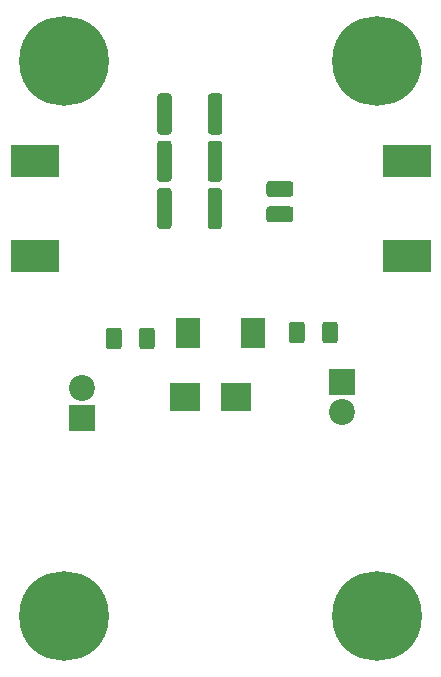
<source format=gbr>
%TF.GenerationSoftware,KiCad,Pcbnew,5.1.6-c6e7f7d~87~ubuntu20.04.1*%
%TF.CreationDate,2020-09-01T11:43:32+02:00*%
%TF.ProjectId,bias-t-extractor-smd,62696173-2d74-42d6-9578-74726163746f,rev?*%
%TF.SameCoordinates,Original*%
%TF.FileFunction,Soldermask,Top*%
%TF.FilePolarity,Negative*%
%FSLAX46Y46*%
G04 Gerber Fmt 4.6, Leading zero omitted, Abs format (unit mm)*
G04 Created by KiCad (PCBNEW 5.1.6-c6e7f7d~87~ubuntu20.04.1) date 2020-09-01 11:43:32*
%MOMM*%
%LPD*%
G01*
G04 APERTURE LIST*
%ADD10R,4.100000X2.800000*%
%ADD11C,2.200000*%
%ADD12R,2.200000X2.200000*%
%ADD13C,7.600000*%
%ADD14R,2.100000X2.600000*%
%ADD15R,2.600000X2.400000*%
G04 APERTURE END LIST*
D10*
%TO.C,J1*%
X42000000Y-40000000D03*
X42000000Y-32000000D03*
%TD*%
D11*
%TO.C,J2*%
X46000000Y-51210000D03*
D12*
X46000000Y-53750000D03*
%TD*%
D10*
%TO.C,J3*%
X73500000Y-40000000D03*
X73500000Y-32000000D03*
%TD*%
D11*
%TO.C,LA1*%
X68000000Y-53250000D03*
D12*
X68000000Y-50710000D03*
%TD*%
D13*
%TO.C,H1*%
X44500000Y-23500000D03*
%TD*%
%TO.C,H2*%
X71000000Y-70500000D03*
%TD*%
%TO.C,H3*%
X44500000Y-70500000D03*
%TD*%
%TO.C,H4*%
X71000000Y-23500000D03*
%TD*%
%TO.C,C1*%
G36*
G01*
X57862500Y-34522221D02*
X57862500Y-37477779D01*
G75*
G02*
X57590279Y-37750000I-272221J0D01*
G01*
X56909721Y-37750000D01*
G75*
G02*
X56637500Y-37477779I0J272221D01*
G01*
X56637500Y-34522221D01*
G75*
G02*
X56909721Y-34250000I272221J0D01*
G01*
X57590279Y-34250000D01*
G75*
G02*
X57862500Y-34522221I0J-272221D01*
G01*
G37*
G36*
G01*
X53587500Y-34522221D02*
X53587500Y-37477779D01*
G75*
G02*
X53315279Y-37750000I-272221J0D01*
G01*
X52634721Y-37750000D01*
G75*
G02*
X52362500Y-37477779I0J272221D01*
G01*
X52362500Y-34522221D01*
G75*
G02*
X52634721Y-34250000I272221J0D01*
G01*
X53315279Y-34250000D01*
G75*
G02*
X53587500Y-34522221I0J-272221D01*
G01*
G37*
%TD*%
%TO.C,C2*%
G36*
G01*
X49375000Y-46345000D02*
X49375000Y-47655000D01*
G75*
G02*
X49105000Y-47925000I-270000J0D01*
G01*
X48295000Y-47925000D01*
G75*
G02*
X48025000Y-47655000I0J270000D01*
G01*
X48025000Y-46345000D01*
G75*
G02*
X48295000Y-46075000I270000J0D01*
G01*
X49105000Y-46075000D01*
G75*
G02*
X49375000Y-46345000I0J-270000D01*
G01*
G37*
G36*
G01*
X52175000Y-46345000D02*
X52175000Y-47655000D01*
G75*
G02*
X51905000Y-47925000I-270000J0D01*
G01*
X51095000Y-47925000D01*
G75*
G02*
X50825000Y-47655000I0J270000D01*
G01*
X50825000Y-46345000D01*
G75*
G02*
X51095000Y-46075000I270000J0D01*
G01*
X51905000Y-46075000D01*
G75*
G02*
X52175000Y-46345000I0J-270000D01*
G01*
G37*
%TD*%
%TO.C,C3*%
G36*
G01*
X63525000Y-47155000D02*
X63525000Y-45845000D01*
G75*
G02*
X63795000Y-45575000I270000J0D01*
G01*
X64605000Y-45575000D01*
G75*
G02*
X64875000Y-45845000I0J-270000D01*
G01*
X64875000Y-47155000D01*
G75*
G02*
X64605000Y-47425000I-270000J0D01*
G01*
X63795000Y-47425000D01*
G75*
G02*
X63525000Y-47155000I0J270000D01*
G01*
G37*
G36*
G01*
X66325000Y-47155000D02*
X66325000Y-45845000D01*
G75*
G02*
X66595000Y-45575000I270000J0D01*
G01*
X67405000Y-45575000D01*
G75*
G02*
X67675000Y-45845000I0J-270000D01*
G01*
X67675000Y-47155000D01*
G75*
G02*
X67405000Y-47425000I-270000J0D01*
G01*
X66595000Y-47425000D01*
G75*
G02*
X66325000Y-47155000I0J270000D01*
G01*
G37*
%TD*%
D14*
%TO.C,C4*%
X60500000Y-46500000D03*
X55000000Y-46500000D03*
%TD*%
%TO.C,C5*%
G36*
G01*
X57862500Y-30522221D02*
X57862500Y-33477779D01*
G75*
G02*
X57590279Y-33750000I-272221J0D01*
G01*
X56909721Y-33750000D01*
G75*
G02*
X56637500Y-33477779I0J272221D01*
G01*
X56637500Y-30522221D01*
G75*
G02*
X56909721Y-30250000I272221J0D01*
G01*
X57590279Y-30250000D01*
G75*
G02*
X57862500Y-30522221I0J-272221D01*
G01*
G37*
G36*
G01*
X53587500Y-30522221D02*
X53587500Y-33477779D01*
G75*
G02*
X53315279Y-33750000I-272221J0D01*
G01*
X52634721Y-33750000D01*
G75*
G02*
X52362500Y-33477779I0J272221D01*
G01*
X52362500Y-30522221D01*
G75*
G02*
X52634721Y-30250000I272221J0D01*
G01*
X53315279Y-30250000D01*
G75*
G02*
X53587500Y-30522221I0J-272221D01*
G01*
G37*
%TD*%
%TO.C,C6*%
G36*
G01*
X53612500Y-26522221D02*
X53612500Y-29477779D01*
G75*
G02*
X53340279Y-29750000I-272221J0D01*
G01*
X52659721Y-29750000D01*
G75*
G02*
X52387500Y-29477779I0J272221D01*
G01*
X52387500Y-26522221D01*
G75*
G02*
X52659721Y-26250000I272221J0D01*
G01*
X53340279Y-26250000D01*
G75*
G02*
X53612500Y-26522221I0J-272221D01*
G01*
G37*
G36*
G01*
X57887500Y-26522221D02*
X57887500Y-29477779D01*
G75*
G02*
X57615279Y-29750000I-272221J0D01*
G01*
X56934721Y-29750000D01*
G75*
G02*
X56662500Y-29477779I0J272221D01*
G01*
X56662500Y-26522221D01*
G75*
G02*
X56934721Y-26250000I272221J0D01*
G01*
X57615279Y-26250000D01*
G75*
G02*
X57887500Y-26522221I0J-272221D01*
G01*
G37*
%TD*%
D15*
%TO.C,D1*%
X54700000Y-52000000D03*
X59000000Y-52000000D03*
%TD*%
%TO.C,L2*%
G36*
G01*
X61870000Y-33675000D02*
X63630000Y-33675000D01*
G75*
G02*
X63900000Y-33945000I0J-270000D01*
G01*
X63900000Y-34755000D01*
G75*
G02*
X63630000Y-35025000I-270000J0D01*
G01*
X61870000Y-35025000D01*
G75*
G02*
X61600000Y-34755000I0J270000D01*
G01*
X61600000Y-33945000D01*
G75*
G02*
X61870000Y-33675000I270000J0D01*
G01*
G37*
G36*
G01*
X61870000Y-35825000D02*
X63630000Y-35825000D01*
G75*
G02*
X63900000Y-36095000I0J-270000D01*
G01*
X63900000Y-36905000D01*
G75*
G02*
X63630000Y-37175000I-270000J0D01*
G01*
X61870000Y-37175000D01*
G75*
G02*
X61600000Y-36905000I0J270000D01*
G01*
X61600000Y-36095000D01*
G75*
G02*
X61870000Y-35825000I270000J0D01*
G01*
G37*
%TD*%
M02*

</source>
